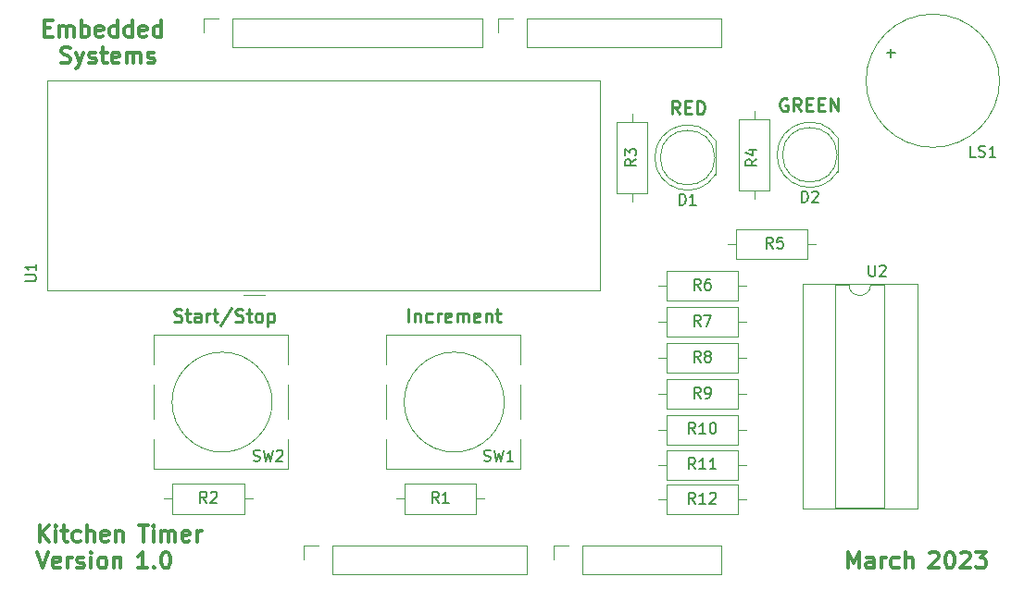
<source format=gbr>
%TF.GenerationSoftware,KiCad,Pcbnew,(7.0.0)*%
%TF.CreationDate,2023-04-13T01:56:38-06:00*%
%TF.ProjectId,Phase_A_UnoShield,50686173-655f-4415-9f55-6e6f53686965,1.0*%
%TF.SameCoordinates,Original*%
%TF.FileFunction,Legend,Top*%
%TF.FilePolarity,Positive*%
%FSLAX46Y46*%
G04 Gerber Fmt 4.6, Leading zero omitted, Abs format (unit mm)*
G04 Created by KiCad (PCBNEW (7.0.0)) date 2023-04-13 01:56:38*
%MOMM*%
%LPD*%
G01*
G04 APERTURE LIST*
%ADD10C,0.240000*%
%ADD11C,0.300000*%
%ADD12C,0.150000*%
%ADD13C,0.120000*%
G04 APERTURE END LIST*
D10*
X114782571Y-75627714D02*
X114954000Y-75684857D01*
X114954000Y-75684857D02*
X115239714Y-75684857D01*
X115239714Y-75684857D02*
X115354000Y-75627714D01*
X115354000Y-75627714D02*
X115411142Y-75570571D01*
X115411142Y-75570571D02*
X115468285Y-75456285D01*
X115468285Y-75456285D02*
X115468285Y-75342000D01*
X115468285Y-75342000D02*
X115411142Y-75227714D01*
X115411142Y-75227714D02*
X115354000Y-75170571D01*
X115354000Y-75170571D02*
X115239714Y-75113428D01*
X115239714Y-75113428D02*
X115011142Y-75056285D01*
X115011142Y-75056285D02*
X114896857Y-74999142D01*
X114896857Y-74999142D02*
X114839714Y-74942000D01*
X114839714Y-74942000D02*
X114782571Y-74827714D01*
X114782571Y-74827714D02*
X114782571Y-74713428D01*
X114782571Y-74713428D02*
X114839714Y-74599142D01*
X114839714Y-74599142D02*
X114896857Y-74542000D01*
X114896857Y-74542000D02*
X115011142Y-74484857D01*
X115011142Y-74484857D02*
X115296857Y-74484857D01*
X115296857Y-74484857D02*
X115468285Y-74542000D01*
X115811142Y-74884857D02*
X116268285Y-74884857D01*
X115982571Y-74484857D02*
X115982571Y-75513428D01*
X115982571Y-75513428D02*
X116039714Y-75627714D01*
X116039714Y-75627714D02*
X116153999Y-75684857D01*
X116153999Y-75684857D02*
X116268285Y-75684857D01*
X117182571Y-75684857D02*
X117182571Y-75056285D01*
X117182571Y-75056285D02*
X117125428Y-74942000D01*
X117125428Y-74942000D02*
X117011142Y-74884857D01*
X117011142Y-74884857D02*
X116782571Y-74884857D01*
X116782571Y-74884857D02*
X116668285Y-74942000D01*
X117182571Y-75627714D02*
X117068285Y-75684857D01*
X117068285Y-75684857D02*
X116782571Y-75684857D01*
X116782571Y-75684857D02*
X116668285Y-75627714D01*
X116668285Y-75627714D02*
X116611142Y-75513428D01*
X116611142Y-75513428D02*
X116611142Y-75399142D01*
X116611142Y-75399142D02*
X116668285Y-75284857D01*
X116668285Y-75284857D02*
X116782571Y-75227714D01*
X116782571Y-75227714D02*
X117068285Y-75227714D01*
X117068285Y-75227714D02*
X117182571Y-75170571D01*
X117753999Y-75684857D02*
X117753999Y-74884857D01*
X117753999Y-75113428D02*
X117811142Y-74999142D01*
X117811142Y-74999142D02*
X117868285Y-74942000D01*
X117868285Y-74942000D02*
X117982570Y-74884857D01*
X117982570Y-74884857D02*
X118096856Y-74884857D01*
X118325427Y-74884857D02*
X118782570Y-74884857D01*
X118496856Y-74484857D02*
X118496856Y-75513428D01*
X118496856Y-75513428D02*
X118553999Y-75627714D01*
X118553999Y-75627714D02*
X118668284Y-75684857D01*
X118668284Y-75684857D02*
X118782570Y-75684857D01*
X120039713Y-74427714D02*
X119011141Y-75970571D01*
X120382570Y-75627714D02*
X120553999Y-75684857D01*
X120553999Y-75684857D02*
X120839713Y-75684857D01*
X120839713Y-75684857D02*
X120953999Y-75627714D01*
X120953999Y-75627714D02*
X121011141Y-75570571D01*
X121011141Y-75570571D02*
X121068284Y-75456285D01*
X121068284Y-75456285D02*
X121068284Y-75342000D01*
X121068284Y-75342000D02*
X121011141Y-75227714D01*
X121011141Y-75227714D02*
X120953999Y-75170571D01*
X120953999Y-75170571D02*
X120839713Y-75113428D01*
X120839713Y-75113428D02*
X120611141Y-75056285D01*
X120611141Y-75056285D02*
X120496856Y-74999142D01*
X120496856Y-74999142D02*
X120439713Y-74942000D01*
X120439713Y-74942000D02*
X120382570Y-74827714D01*
X120382570Y-74827714D02*
X120382570Y-74713428D01*
X120382570Y-74713428D02*
X120439713Y-74599142D01*
X120439713Y-74599142D02*
X120496856Y-74542000D01*
X120496856Y-74542000D02*
X120611141Y-74484857D01*
X120611141Y-74484857D02*
X120896856Y-74484857D01*
X120896856Y-74484857D02*
X121068284Y-74542000D01*
X121411141Y-74884857D02*
X121868284Y-74884857D01*
X121582570Y-74484857D02*
X121582570Y-75513428D01*
X121582570Y-75513428D02*
X121639713Y-75627714D01*
X121639713Y-75627714D02*
X121753998Y-75684857D01*
X121753998Y-75684857D02*
X121868284Y-75684857D01*
X122439712Y-75684857D02*
X122325427Y-75627714D01*
X122325427Y-75627714D02*
X122268284Y-75570571D01*
X122268284Y-75570571D02*
X122211141Y-75456285D01*
X122211141Y-75456285D02*
X122211141Y-75113428D01*
X122211141Y-75113428D02*
X122268284Y-74999142D01*
X122268284Y-74999142D02*
X122325427Y-74942000D01*
X122325427Y-74942000D02*
X122439712Y-74884857D01*
X122439712Y-74884857D02*
X122611141Y-74884857D01*
X122611141Y-74884857D02*
X122725427Y-74942000D01*
X122725427Y-74942000D02*
X122782570Y-74999142D01*
X122782570Y-74999142D02*
X122839712Y-75113428D01*
X122839712Y-75113428D02*
X122839712Y-75456285D01*
X122839712Y-75456285D02*
X122782570Y-75570571D01*
X122782570Y-75570571D02*
X122725427Y-75627714D01*
X122725427Y-75627714D02*
X122611141Y-75684857D01*
X122611141Y-75684857D02*
X122439712Y-75684857D01*
X123353998Y-74884857D02*
X123353998Y-76084857D01*
X123353998Y-74942000D02*
X123468284Y-74884857D01*
X123468284Y-74884857D02*
X123696855Y-74884857D01*
X123696855Y-74884857D02*
X123811141Y-74942000D01*
X123811141Y-74942000D02*
X123868284Y-74999142D01*
X123868284Y-74999142D02*
X123925426Y-75113428D01*
X123925426Y-75113428D02*
X123925426Y-75456285D01*
X123925426Y-75456285D02*
X123868284Y-75570571D01*
X123868284Y-75570571D02*
X123811141Y-75627714D01*
X123811141Y-75627714D02*
X123696855Y-75684857D01*
X123696855Y-75684857D02*
X123468284Y-75684857D01*
X123468284Y-75684857D02*
X123353998Y-75627714D01*
X136175714Y-75684857D02*
X136175714Y-74484857D01*
X136747143Y-74884857D02*
X136747143Y-75684857D01*
X136747143Y-74999142D02*
X136804286Y-74942000D01*
X136804286Y-74942000D02*
X136918571Y-74884857D01*
X136918571Y-74884857D02*
X137090000Y-74884857D01*
X137090000Y-74884857D02*
X137204286Y-74942000D01*
X137204286Y-74942000D02*
X137261429Y-75056285D01*
X137261429Y-75056285D02*
X137261429Y-75684857D01*
X138347143Y-75627714D02*
X138232857Y-75684857D01*
X138232857Y-75684857D02*
X138004285Y-75684857D01*
X138004285Y-75684857D02*
X137890000Y-75627714D01*
X137890000Y-75627714D02*
X137832857Y-75570571D01*
X137832857Y-75570571D02*
X137775714Y-75456285D01*
X137775714Y-75456285D02*
X137775714Y-75113428D01*
X137775714Y-75113428D02*
X137832857Y-74999142D01*
X137832857Y-74999142D02*
X137890000Y-74942000D01*
X137890000Y-74942000D02*
X138004285Y-74884857D01*
X138004285Y-74884857D02*
X138232857Y-74884857D01*
X138232857Y-74884857D02*
X138347143Y-74942000D01*
X138861428Y-75684857D02*
X138861428Y-74884857D01*
X138861428Y-75113428D02*
X138918571Y-74999142D01*
X138918571Y-74999142D02*
X138975714Y-74942000D01*
X138975714Y-74942000D02*
X139089999Y-74884857D01*
X139089999Y-74884857D02*
X139204285Y-74884857D01*
X140061428Y-75627714D02*
X139947142Y-75684857D01*
X139947142Y-75684857D02*
X139718571Y-75684857D01*
X139718571Y-75684857D02*
X139604285Y-75627714D01*
X139604285Y-75627714D02*
X139547142Y-75513428D01*
X139547142Y-75513428D02*
X139547142Y-75056285D01*
X139547142Y-75056285D02*
X139604285Y-74942000D01*
X139604285Y-74942000D02*
X139718571Y-74884857D01*
X139718571Y-74884857D02*
X139947142Y-74884857D01*
X139947142Y-74884857D02*
X140061428Y-74942000D01*
X140061428Y-74942000D02*
X140118571Y-75056285D01*
X140118571Y-75056285D02*
X140118571Y-75170571D01*
X140118571Y-75170571D02*
X139547142Y-75284857D01*
X140632856Y-75684857D02*
X140632856Y-74884857D01*
X140632856Y-74999142D02*
X140689999Y-74942000D01*
X140689999Y-74942000D02*
X140804284Y-74884857D01*
X140804284Y-74884857D02*
X140975713Y-74884857D01*
X140975713Y-74884857D02*
X141089999Y-74942000D01*
X141089999Y-74942000D02*
X141147142Y-75056285D01*
X141147142Y-75056285D02*
X141147142Y-75684857D01*
X141147142Y-75056285D02*
X141204284Y-74942000D01*
X141204284Y-74942000D02*
X141318570Y-74884857D01*
X141318570Y-74884857D02*
X141489999Y-74884857D01*
X141489999Y-74884857D02*
X141604284Y-74942000D01*
X141604284Y-74942000D02*
X141661427Y-75056285D01*
X141661427Y-75056285D02*
X141661427Y-75684857D01*
X142689999Y-75627714D02*
X142575713Y-75684857D01*
X142575713Y-75684857D02*
X142347142Y-75684857D01*
X142347142Y-75684857D02*
X142232856Y-75627714D01*
X142232856Y-75627714D02*
X142175713Y-75513428D01*
X142175713Y-75513428D02*
X142175713Y-75056285D01*
X142175713Y-75056285D02*
X142232856Y-74942000D01*
X142232856Y-74942000D02*
X142347142Y-74884857D01*
X142347142Y-74884857D02*
X142575713Y-74884857D01*
X142575713Y-74884857D02*
X142689999Y-74942000D01*
X142689999Y-74942000D02*
X142747142Y-75056285D01*
X142747142Y-75056285D02*
X142747142Y-75170571D01*
X142747142Y-75170571D02*
X142175713Y-75284857D01*
X143261427Y-74884857D02*
X143261427Y-75684857D01*
X143261427Y-74999142D02*
X143318570Y-74942000D01*
X143318570Y-74942000D02*
X143432855Y-74884857D01*
X143432855Y-74884857D02*
X143604284Y-74884857D01*
X143604284Y-74884857D02*
X143718570Y-74942000D01*
X143718570Y-74942000D02*
X143775713Y-75056285D01*
X143775713Y-75056285D02*
X143775713Y-75684857D01*
X144175712Y-74884857D02*
X144632855Y-74884857D01*
X144347141Y-74484857D02*
X144347141Y-75513428D01*
X144347141Y-75513428D02*
X144404284Y-75627714D01*
X144404284Y-75627714D02*
X144518569Y-75684857D01*
X144518569Y-75684857D02*
X144632855Y-75684857D01*
D11*
X102465142Y-95795571D02*
X102465142Y-94295571D01*
X103322285Y-95795571D02*
X102679428Y-94938428D01*
X103322285Y-94295571D02*
X102465142Y-95152714D01*
X103965142Y-95795571D02*
X103965142Y-94795571D01*
X103965142Y-94295571D02*
X103893714Y-94367000D01*
X103893714Y-94367000D02*
X103965142Y-94438428D01*
X103965142Y-94438428D02*
X104036571Y-94367000D01*
X104036571Y-94367000D02*
X103965142Y-94295571D01*
X103965142Y-94295571D02*
X103965142Y-94438428D01*
X104465143Y-94795571D02*
X105036571Y-94795571D01*
X104679428Y-94295571D02*
X104679428Y-95581285D01*
X104679428Y-95581285D02*
X104750857Y-95724142D01*
X104750857Y-95724142D02*
X104893714Y-95795571D01*
X104893714Y-95795571D02*
X105036571Y-95795571D01*
X106179429Y-95724142D02*
X106036571Y-95795571D01*
X106036571Y-95795571D02*
X105750857Y-95795571D01*
X105750857Y-95795571D02*
X105608000Y-95724142D01*
X105608000Y-95724142D02*
X105536571Y-95652714D01*
X105536571Y-95652714D02*
X105465143Y-95509857D01*
X105465143Y-95509857D02*
X105465143Y-95081285D01*
X105465143Y-95081285D02*
X105536571Y-94938428D01*
X105536571Y-94938428D02*
X105608000Y-94867000D01*
X105608000Y-94867000D02*
X105750857Y-94795571D01*
X105750857Y-94795571D02*
X106036571Y-94795571D01*
X106036571Y-94795571D02*
X106179429Y-94867000D01*
X106822285Y-95795571D02*
X106822285Y-94295571D01*
X107465143Y-95795571D02*
X107465143Y-95009857D01*
X107465143Y-95009857D02*
X107393714Y-94867000D01*
X107393714Y-94867000D02*
X107250857Y-94795571D01*
X107250857Y-94795571D02*
X107036571Y-94795571D01*
X107036571Y-94795571D02*
X106893714Y-94867000D01*
X106893714Y-94867000D02*
X106822285Y-94938428D01*
X108750857Y-95724142D02*
X108608000Y-95795571D01*
X108608000Y-95795571D02*
X108322286Y-95795571D01*
X108322286Y-95795571D02*
X108179428Y-95724142D01*
X108179428Y-95724142D02*
X108108000Y-95581285D01*
X108108000Y-95581285D02*
X108108000Y-95009857D01*
X108108000Y-95009857D02*
X108179428Y-94867000D01*
X108179428Y-94867000D02*
X108322286Y-94795571D01*
X108322286Y-94795571D02*
X108608000Y-94795571D01*
X108608000Y-94795571D02*
X108750857Y-94867000D01*
X108750857Y-94867000D02*
X108822286Y-95009857D01*
X108822286Y-95009857D02*
X108822286Y-95152714D01*
X108822286Y-95152714D02*
X108108000Y-95295571D01*
X109465142Y-94795571D02*
X109465142Y-95795571D01*
X109465142Y-94938428D02*
X109536571Y-94867000D01*
X109536571Y-94867000D02*
X109679428Y-94795571D01*
X109679428Y-94795571D02*
X109893714Y-94795571D01*
X109893714Y-94795571D02*
X110036571Y-94867000D01*
X110036571Y-94867000D02*
X110108000Y-95009857D01*
X110108000Y-95009857D02*
X110108000Y-95795571D01*
X111508000Y-94295571D02*
X112365143Y-94295571D01*
X111936571Y-95795571D02*
X111936571Y-94295571D01*
X112865142Y-95795571D02*
X112865142Y-94795571D01*
X112865142Y-94295571D02*
X112793714Y-94367000D01*
X112793714Y-94367000D02*
X112865142Y-94438428D01*
X112865142Y-94438428D02*
X112936571Y-94367000D01*
X112936571Y-94367000D02*
X112865142Y-94295571D01*
X112865142Y-94295571D02*
X112865142Y-94438428D01*
X113579428Y-95795571D02*
X113579428Y-94795571D01*
X113579428Y-94938428D02*
X113650857Y-94867000D01*
X113650857Y-94867000D02*
X113793714Y-94795571D01*
X113793714Y-94795571D02*
X114008000Y-94795571D01*
X114008000Y-94795571D02*
X114150857Y-94867000D01*
X114150857Y-94867000D02*
X114222286Y-95009857D01*
X114222286Y-95009857D02*
X114222286Y-95795571D01*
X114222286Y-95009857D02*
X114293714Y-94867000D01*
X114293714Y-94867000D02*
X114436571Y-94795571D01*
X114436571Y-94795571D02*
X114650857Y-94795571D01*
X114650857Y-94795571D02*
X114793714Y-94867000D01*
X114793714Y-94867000D02*
X114865143Y-95009857D01*
X114865143Y-95009857D02*
X114865143Y-95795571D01*
X116150857Y-95724142D02*
X116008000Y-95795571D01*
X116008000Y-95795571D02*
X115722286Y-95795571D01*
X115722286Y-95795571D02*
X115579428Y-95724142D01*
X115579428Y-95724142D02*
X115508000Y-95581285D01*
X115508000Y-95581285D02*
X115508000Y-95009857D01*
X115508000Y-95009857D02*
X115579428Y-94867000D01*
X115579428Y-94867000D02*
X115722286Y-94795571D01*
X115722286Y-94795571D02*
X116008000Y-94795571D01*
X116008000Y-94795571D02*
X116150857Y-94867000D01*
X116150857Y-94867000D02*
X116222286Y-95009857D01*
X116222286Y-95009857D02*
X116222286Y-95152714D01*
X116222286Y-95152714D02*
X115508000Y-95295571D01*
X116865142Y-95795571D02*
X116865142Y-94795571D01*
X116865142Y-95081285D02*
X116936571Y-94938428D01*
X116936571Y-94938428D02*
X117008000Y-94867000D01*
X117008000Y-94867000D02*
X117150857Y-94795571D01*
X117150857Y-94795571D02*
X117293714Y-94795571D01*
X102250857Y-96725571D02*
X102750857Y-98225571D01*
X102750857Y-98225571D02*
X103250857Y-96725571D01*
X104322285Y-98154142D02*
X104179428Y-98225571D01*
X104179428Y-98225571D02*
X103893714Y-98225571D01*
X103893714Y-98225571D02*
X103750856Y-98154142D01*
X103750856Y-98154142D02*
X103679428Y-98011285D01*
X103679428Y-98011285D02*
X103679428Y-97439857D01*
X103679428Y-97439857D02*
X103750856Y-97297000D01*
X103750856Y-97297000D02*
X103893714Y-97225571D01*
X103893714Y-97225571D02*
X104179428Y-97225571D01*
X104179428Y-97225571D02*
X104322285Y-97297000D01*
X104322285Y-97297000D02*
X104393714Y-97439857D01*
X104393714Y-97439857D02*
X104393714Y-97582714D01*
X104393714Y-97582714D02*
X103679428Y-97725571D01*
X105036570Y-98225571D02*
X105036570Y-97225571D01*
X105036570Y-97511285D02*
X105107999Y-97368428D01*
X105107999Y-97368428D02*
X105179428Y-97297000D01*
X105179428Y-97297000D02*
X105322285Y-97225571D01*
X105322285Y-97225571D02*
X105465142Y-97225571D01*
X105893713Y-98154142D02*
X106036570Y-98225571D01*
X106036570Y-98225571D02*
X106322284Y-98225571D01*
X106322284Y-98225571D02*
X106465141Y-98154142D01*
X106465141Y-98154142D02*
X106536570Y-98011285D01*
X106536570Y-98011285D02*
X106536570Y-97939857D01*
X106536570Y-97939857D02*
X106465141Y-97797000D01*
X106465141Y-97797000D02*
X106322284Y-97725571D01*
X106322284Y-97725571D02*
X106107999Y-97725571D01*
X106107999Y-97725571D02*
X105965141Y-97654142D01*
X105965141Y-97654142D02*
X105893713Y-97511285D01*
X105893713Y-97511285D02*
X105893713Y-97439857D01*
X105893713Y-97439857D02*
X105965141Y-97297000D01*
X105965141Y-97297000D02*
X106107999Y-97225571D01*
X106107999Y-97225571D02*
X106322284Y-97225571D01*
X106322284Y-97225571D02*
X106465141Y-97297000D01*
X107179427Y-98225571D02*
X107179427Y-97225571D01*
X107179427Y-96725571D02*
X107107999Y-96797000D01*
X107107999Y-96797000D02*
X107179427Y-96868428D01*
X107179427Y-96868428D02*
X107250856Y-96797000D01*
X107250856Y-96797000D02*
X107179427Y-96725571D01*
X107179427Y-96725571D02*
X107179427Y-96868428D01*
X108107999Y-98225571D02*
X107965142Y-98154142D01*
X107965142Y-98154142D02*
X107893713Y-98082714D01*
X107893713Y-98082714D02*
X107822285Y-97939857D01*
X107822285Y-97939857D02*
X107822285Y-97511285D01*
X107822285Y-97511285D02*
X107893713Y-97368428D01*
X107893713Y-97368428D02*
X107965142Y-97297000D01*
X107965142Y-97297000D02*
X108107999Y-97225571D01*
X108107999Y-97225571D02*
X108322285Y-97225571D01*
X108322285Y-97225571D02*
X108465142Y-97297000D01*
X108465142Y-97297000D02*
X108536571Y-97368428D01*
X108536571Y-97368428D02*
X108607999Y-97511285D01*
X108607999Y-97511285D02*
X108607999Y-97939857D01*
X108607999Y-97939857D02*
X108536571Y-98082714D01*
X108536571Y-98082714D02*
X108465142Y-98154142D01*
X108465142Y-98154142D02*
X108322285Y-98225571D01*
X108322285Y-98225571D02*
X108107999Y-98225571D01*
X109250856Y-97225571D02*
X109250856Y-98225571D01*
X109250856Y-97368428D02*
X109322285Y-97297000D01*
X109322285Y-97297000D02*
X109465142Y-97225571D01*
X109465142Y-97225571D02*
X109679428Y-97225571D01*
X109679428Y-97225571D02*
X109822285Y-97297000D01*
X109822285Y-97297000D02*
X109893714Y-97439857D01*
X109893714Y-97439857D02*
X109893714Y-98225571D01*
X112293714Y-98225571D02*
X111436571Y-98225571D01*
X111865142Y-98225571D02*
X111865142Y-96725571D01*
X111865142Y-96725571D02*
X111722285Y-96939857D01*
X111722285Y-96939857D02*
X111579428Y-97082714D01*
X111579428Y-97082714D02*
X111436571Y-97154142D01*
X112936570Y-98082714D02*
X113007999Y-98154142D01*
X113007999Y-98154142D02*
X112936570Y-98225571D01*
X112936570Y-98225571D02*
X112865142Y-98154142D01*
X112865142Y-98154142D02*
X112936570Y-98082714D01*
X112936570Y-98082714D02*
X112936570Y-98225571D01*
X113936571Y-96725571D02*
X114079428Y-96725571D01*
X114079428Y-96725571D02*
X114222285Y-96797000D01*
X114222285Y-96797000D02*
X114293714Y-96868428D01*
X114293714Y-96868428D02*
X114365142Y-97011285D01*
X114365142Y-97011285D02*
X114436571Y-97297000D01*
X114436571Y-97297000D02*
X114436571Y-97654142D01*
X114436571Y-97654142D02*
X114365142Y-97939857D01*
X114365142Y-97939857D02*
X114293714Y-98082714D01*
X114293714Y-98082714D02*
X114222285Y-98154142D01*
X114222285Y-98154142D02*
X114079428Y-98225571D01*
X114079428Y-98225571D02*
X113936571Y-98225571D01*
X113936571Y-98225571D02*
X113793714Y-98154142D01*
X113793714Y-98154142D02*
X113722285Y-98082714D01*
X113722285Y-98082714D02*
X113650856Y-97939857D01*
X113650856Y-97939857D02*
X113579428Y-97654142D01*
X113579428Y-97654142D02*
X113579428Y-97297000D01*
X113579428Y-97297000D02*
X113650856Y-97011285D01*
X113650856Y-97011285D02*
X113722285Y-96868428D01*
X113722285Y-96868428D02*
X113793714Y-96797000D01*
X113793714Y-96797000D02*
X113936571Y-96725571D01*
X176379142Y-98225571D02*
X176379142Y-96725571D01*
X176379142Y-96725571D02*
X176879142Y-97797000D01*
X176879142Y-97797000D02*
X177379142Y-96725571D01*
X177379142Y-96725571D02*
X177379142Y-98225571D01*
X178736286Y-98225571D02*
X178736286Y-97439857D01*
X178736286Y-97439857D02*
X178664857Y-97297000D01*
X178664857Y-97297000D02*
X178522000Y-97225571D01*
X178522000Y-97225571D02*
X178236286Y-97225571D01*
X178236286Y-97225571D02*
X178093428Y-97297000D01*
X178736286Y-98154142D02*
X178593428Y-98225571D01*
X178593428Y-98225571D02*
X178236286Y-98225571D01*
X178236286Y-98225571D02*
X178093428Y-98154142D01*
X178093428Y-98154142D02*
X178022000Y-98011285D01*
X178022000Y-98011285D02*
X178022000Y-97868428D01*
X178022000Y-97868428D02*
X178093428Y-97725571D01*
X178093428Y-97725571D02*
X178236286Y-97654142D01*
X178236286Y-97654142D02*
X178593428Y-97654142D01*
X178593428Y-97654142D02*
X178736286Y-97582714D01*
X179450571Y-98225571D02*
X179450571Y-97225571D01*
X179450571Y-97511285D02*
X179522000Y-97368428D01*
X179522000Y-97368428D02*
X179593429Y-97297000D01*
X179593429Y-97297000D02*
X179736286Y-97225571D01*
X179736286Y-97225571D02*
X179879143Y-97225571D01*
X181022000Y-98154142D02*
X180879142Y-98225571D01*
X180879142Y-98225571D02*
X180593428Y-98225571D01*
X180593428Y-98225571D02*
X180450571Y-98154142D01*
X180450571Y-98154142D02*
X180379142Y-98082714D01*
X180379142Y-98082714D02*
X180307714Y-97939857D01*
X180307714Y-97939857D02*
X180307714Y-97511285D01*
X180307714Y-97511285D02*
X180379142Y-97368428D01*
X180379142Y-97368428D02*
X180450571Y-97297000D01*
X180450571Y-97297000D02*
X180593428Y-97225571D01*
X180593428Y-97225571D02*
X180879142Y-97225571D01*
X180879142Y-97225571D02*
X181022000Y-97297000D01*
X181664856Y-98225571D02*
X181664856Y-96725571D01*
X182307714Y-98225571D02*
X182307714Y-97439857D01*
X182307714Y-97439857D02*
X182236285Y-97297000D01*
X182236285Y-97297000D02*
X182093428Y-97225571D01*
X182093428Y-97225571D02*
X181879142Y-97225571D01*
X181879142Y-97225571D02*
X181736285Y-97297000D01*
X181736285Y-97297000D02*
X181664856Y-97368428D01*
X183850571Y-96868428D02*
X183921999Y-96797000D01*
X183921999Y-96797000D02*
X184064857Y-96725571D01*
X184064857Y-96725571D02*
X184421999Y-96725571D01*
X184421999Y-96725571D02*
X184564857Y-96797000D01*
X184564857Y-96797000D02*
X184636285Y-96868428D01*
X184636285Y-96868428D02*
X184707714Y-97011285D01*
X184707714Y-97011285D02*
X184707714Y-97154142D01*
X184707714Y-97154142D02*
X184636285Y-97368428D01*
X184636285Y-97368428D02*
X183779142Y-98225571D01*
X183779142Y-98225571D02*
X184707714Y-98225571D01*
X185636285Y-96725571D02*
X185779142Y-96725571D01*
X185779142Y-96725571D02*
X185921999Y-96797000D01*
X185921999Y-96797000D02*
X185993428Y-96868428D01*
X185993428Y-96868428D02*
X186064856Y-97011285D01*
X186064856Y-97011285D02*
X186136285Y-97297000D01*
X186136285Y-97297000D02*
X186136285Y-97654142D01*
X186136285Y-97654142D02*
X186064856Y-97939857D01*
X186064856Y-97939857D02*
X185993428Y-98082714D01*
X185993428Y-98082714D02*
X185921999Y-98154142D01*
X185921999Y-98154142D02*
X185779142Y-98225571D01*
X185779142Y-98225571D02*
X185636285Y-98225571D01*
X185636285Y-98225571D02*
X185493428Y-98154142D01*
X185493428Y-98154142D02*
X185421999Y-98082714D01*
X185421999Y-98082714D02*
X185350570Y-97939857D01*
X185350570Y-97939857D02*
X185279142Y-97654142D01*
X185279142Y-97654142D02*
X185279142Y-97297000D01*
X185279142Y-97297000D02*
X185350570Y-97011285D01*
X185350570Y-97011285D02*
X185421999Y-96868428D01*
X185421999Y-96868428D02*
X185493428Y-96797000D01*
X185493428Y-96797000D02*
X185636285Y-96725571D01*
X186707713Y-96868428D02*
X186779141Y-96797000D01*
X186779141Y-96797000D02*
X186921999Y-96725571D01*
X186921999Y-96725571D02*
X187279141Y-96725571D01*
X187279141Y-96725571D02*
X187421999Y-96797000D01*
X187421999Y-96797000D02*
X187493427Y-96868428D01*
X187493427Y-96868428D02*
X187564856Y-97011285D01*
X187564856Y-97011285D02*
X187564856Y-97154142D01*
X187564856Y-97154142D02*
X187493427Y-97368428D01*
X187493427Y-97368428D02*
X186636284Y-98225571D01*
X186636284Y-98225571D02*
X187564856Y-98225571D01*
X188064855Y-96725571D02*
X188993427Y-96725571D01*
X188993427Y-96725571D02*
X188493427Y-97297000D01*
X188493427Y-97297000D02*
X188707712Y-97297000D01*
X188707712Y-97297000D02*
X188850570Y-97368428D01*
X188850570Y-97368428D02*
X188921998Y-97439857D01*
X188921998Y-97439857D02*
X188993427Y-97582714D01*
X188993427Y-97582714D02*
X188993427Y-97939857D01*
X188993427Y-97939857D02*
X188921998Y-98082714D01*
X188921998Y-98082714D02*
X188850570Y-98154142D01*
X188850570Y-98154142D02*
X188707712Y-98225571D01*
X188707712Y-98225571D02*
X188279141Y-98225571D01*
X188279141Y-98225571D02*
X188136284Y-98154142D01*
X188136284Y-98154142D02*
X188064855Y-98082714D01*
X102940571Y-48781857D02*
X103440571Y-48781857D01*
X103654857Y-49567571D02*
X102940571Y-49567571D01*
X102940571Y-49567571D02*
X102940571Y-48067571D01*
X102940571Y-48067571D02*
X103654857Y-48067571D01*
X104297714Y-49567571D02*
X104297714Y-48567571D01*
X104297714Y-48710428D02*
X104369143Y-48639000D01*
X104369143Y-48639000D02*
X104512000Y-48567571D01*
X104512000Y-48567571D02*
X104726286Y-48567571D01*
X104726286Y-48567571D02*
X104869143Y-48639000D01*
X104869143Y-48639000D02*
X104940572Y-48781857D01*
X104940572Y-48781857D02*
X104940572Y-49567571D01*
X104940572Y-48781857D02*
X105012000Y-48639000D01*
X105012000Y-48639000D02*
X105154857Y-48567571D01*
X105154857Y-48567571D02*
X105369143Y-48567571D01*
X105369143Y-48567571D02*
X105512000Y-48639000D01*
X105512000Y-48639000D02*
X105583429Y-48781857D01*
X105583429Y-48781857D02*
X105583429Y-49567571D01*
X106297714Y-49567571D02*
X106297714Y-48067571D01*
X106297714Y-48639000D02*
X106440572Y-48567571D01*
X106440572Y-48567571D02*
X106726286Y-48567571D01*
X106726286Y-48567571D02*
X106869143Y-48639000D01*
X106869143Y-48639000D02*
X106940572Y-48710428D01*
X106940572Y-48710428D02*
X107012000Y-48853285D01*
X107012000Y-48853285D02*
X107012000Y-49281857D01*
X107012000Y-49281857D02*
X106940572Y-49424714D01*
X106940572Y-49424714D02*
X106869143Y-49496142D01*
X106869143Y-49496142D02*
X106726286Y-49567571D01*
X106726286Y-49567571D02*
X106440572Y-49567571D01*
X106440572Y-49567571D02*
X106297714Y-49496142D01*
X108226286Y-49496142D02*
X108083429Y-49567571D01*
X108083429Y-49567571D02*
X107797715Y-49567571D01*
X107797715Y-49567571D02*
X107654857Y-49496142D01*
X107654857Y-49496142D02*
X107583429Y-49353285D01*
X107583429Y-49353285D02*
X107583429Y-48781857D01*
X107583429Y-48781857D02*
X107654857Y-48639000D01*
X107654857Y-48639000D02*
X107797715Y-48567571D01*
X107797715Y-48567571D02*
X108083429Y-48567571D01*
X108083429Y-48567571D02*
X108226286Y-48639000D01*
X108226286Y-48639000D02*
X108297715Y-48781857D01*
X108297715Y-48781857D02*
X108297715Y-48924714D01*
X108297715Y-48924714D02*
X107583429Y-49067571D01*
X109583429Y-49567571D02*
X109583429Y-48067571D01*
X109583429Y-49496142D02*
X109440571Y-49567571D01*
X109440571Y-49567571D02*
X109154857Y-49567571D01*
X109154857Y-49567571D02*
X109012000Y-49496142D01*
X109012000Y-49496142D02*
X108940571Y-49424714D01*
X108940571Y-49424714D02*
X108869143Y-49281857D01*
X108869143Y-49281857D02*
X108869143Y-48853285D01*
X108869143Y-48853285D02*
X108940571Y-48710428D01*
X108940571Y-48710428D02*
X109012000Y-48639000D01*
X109012000Y-48639000D02*
X109154857Y-48567571D01*
X109154857Y-48567571D02*
X109440571Y-48567571D01*
X109440571Y-48567571D02*
X109583429Y-48639000D01*
X110940572Y-49567571D02*
X110940572Y-48067571D01*
X110940572Y-49496142D02*
X110797714Y-49567571D01*
X110797714Y-49567571D02*
X110512000Y-49567571D01*
X110512000Y-49567571D02*
X110369143Y-49496142D01*
X110369143Y-49496142D02*
X110297714Y-49424714D01*
X110297714Y-49424714D02*
X110226286Y-49281857D01*
X110226286Y-49281857D02*
X110226286Y-48853285D01*
X110226286Y-48853285D02*
X110297714Y-48710428D01*
X110297714Y-48710428D02*
X110369143Y-48639000D01*
X110369143Y-48639000D02*
X110512000Y-48567571D01*
X110512000Y-48567571D02*
X110797714Y-48567571D01*
X110797714Y-48567571D02*
X110940572Y-48639000D01*
X112226286Y-49496142D02*
X112083429Y-49567571D01*
X112083429Y-49567571D02*
X111797715Y-49567571D01*
X111797715Y-49567571D02*
X111654857Y-49496142D01*
X111654857Y-49496142D02*
X111583429Y-49353285D01*
X111583429Y-49353285D02*
X111583429Y-48781857D01*
X111583429Y-48781857D02*
X111654857Y-48639000D01*
X111654857Y-48639000D02*
X111797715Y-48567571D01*
X111797715Y-48567571D02*
X112083429Y-48567571D01*
X112083429Y-48567571D02*
X112226286Y-48639000D01*
X112226286Y-48639000D02*
X112297715Y-48781857D01*
X112297715Y-48781857D02*
X112297715Y-48924714D01*
X112297715Y-48924714D02*
X111583429Y-49067571D01*
X113583429Y-49567571D02*
X113583429Y-48067571D01*
X113583429Y-49496142D02*
X113440571Y-49567571D01*
X113440571Y-49567571D02*
X113154857Y-49567571D01*
X113154857Y-49567571D02*
X113012000Y-49496142D01*
X113012000Y-49496142D02*
X112940571Y-49424714D01*
X112940571Y-49424714D02*
X112869143Y-49281857D01*
X112869143Y-49281857D02*
X112869143Y-48853285D01*
X112869143Y-48853285D02*
X112940571Y-48710428D01*
X112940571Y-48710428D02*
X113012000Y-48639000D01*
X113012000Y-48639000D02*
X113154857Y-48567571D01*
X113154857Y-48567571D02*
X113440571Y-48567571D01*
X113440571Y-48567571D02*
X113583429Y-48639000D01*
X104426286Y-51926142D02*
X104640572Y-51997571D01*
X104640572Y-51997571D02*
X104997714Y-51997571D01*
X104997714Y-51997571D02*
X105140572Y-51926142D01*
X105140572Y-51926142D02*
X105212000Y-51854714D01*
X105212000Y-51854714D02*
X105283429Y-51711857D01*
X105283429Y-51711857D02*
X105283429Y-51569000D01*
X105283429Y-51569000D02*
X105212000Y-51426142D01*
X105212000Y-51426142D02*
X105140572Y-51354714D01*
X105140572Y-51354714D02*
X104997714Y-51283285D01*
X104997714Y-51283285D02*
X104712000Y-51211857D01*
X104712000Y-51211857D02*
X104569143Y-51140428D01*
X104569143Y-51140428D02*
X104497714Y-51069000D01*
X104497714Y-51069000D02*
X104426286Y-50926142D01*
X104426286Y-50926142D02*
X104426286Y-50783285D01*
X104426286Y-50783285D02*
X104497714Y-50640428D01*
X104497714Y-50640428D02*
X104569143Y-50569000D01*
X104569143Y-50569000D02*
X104712000Y-50497571D01*
X104712000Y-50497571D02*
X105069143Y-50497571D01*
X105069143Y-50497571D02*
X105283429Y-50569000D01*
X105783428Y-50997571D02*
X106140571Y-51997571D01*
X106497714Y-50997571D02*
X106140571Y-51997571D01*
X106140571Y-51997571D02*
X105997714Y-52354714D01*
X105997714Y-52354714D02*
X105926285Y-52426142D01*
X105926285Y-52426142D02*
X105783428Y-52497571D01*
X106997714Y-51926142D02*
X107140571Y-51997571D01*
X107140571Y-51997571D02*
X107426285Y-51997571D01*
X107426285Y-51997571D02*
X107569142Y-51926142D01*
X107569142Y-51926142D02*
X107640571Y-51783285D01*
X107640571Y-51783285D02*
X107640571Y-51711857D01*
X107640571Y-51711857D02*
X107569142Y-51569000D01*
X107569142Y-51569000D02*
X107426285Y-51497571D01*
X107426285Y-51497571D02*
X107212000Y-51497571D01*
X107212000Y-51497571D02*
X107069142Y-51426142D01*
X107069142Y-51426142D02*
X106997714Y-51283285D01*
X106997714Y-51283285D02*
X106997714Y-51211857D01*
X106997714Y-51211857D02*
X107069142Y-51069000D01*
X107069142Y-51069000D02*
X107212000Y-50997571D01*
X107212000Y-50997571D02*
X107426285Y-50997571D01*
X107426285Y-50997571D02*
X107569142Y-51069000D01*
X108069143Y-50997571D02*
X108640571Y-50997571D01*
X108283428Y-50497571D02*
X108283428Y-51783285D01*
X108283428Y-51783285D02*
X108354857Y-51926142D01*
X108354857Y-51926142D02*
X108497714Y-51997571D01*
X108497714Y-51997571D02*
X108640571Y-51997571D01*
X109712000Y-51926142D02*
X109569143Y-51997571D01*
X109569143Y-51997571D02*
X109283429Y-51997571D01*
X109283429Y-51997571D02*
X109140571Y-51926142D01*
X109140571Y-51926142D02*
X109069143Y-51783285D01*
X109069143Y-51783285D02*
X109069143Y-51211857D01*
X109069143Y-51211857D02*
X109140571Y-51069000D01*
X109140571Y-51069000D02*
X109283429Y-50997571D01*
X109283429Y-50997571D02*
X109569143Y-50997571D01*
X109569143Y-50997571D02*
X109712000Y-51069000D01*
X109712000Y-51069000D02*
X109783429Y-51211857D01*
X109783429Y-51211857D02*
X109783429Y-51354714D01*
X109783429Y-51354714D02*
X109069143Y-51497571D01*
X110426285Y-51997571D02*
X110426285Y-50997571D01*
X110426285Y-51140428D02*
X110497714Y-51069000D01*
X110497714Y-51069000D02*
X110640571Y-50997571D01*
X110640571Y-50997571D02*
X110854857Y-50997571D01*
X110854857Y-50997571D02*
X110997714Y-51069000D01*
X110997714Y-51069000D02*
X111069143Y-51211857D01*
X111069143Y-51211857D02*
X111069143Y-51997571D01*
X111069143Y-51211857D02*
X111140571Y-51069000D01*
X111140571Y-51069000D02*
X111283428Y-50997571D01*
X111283428Y-50997571D02*
X111497714Y-50997571D01*
X111497714Y-50997571D02*
X111640571Y-51069000D01*
X111640571Y-51069000D02*
X111712000Y-51211857D01*
X111712000Y-51211857D02*
X111712000Y-51997571D01*
X112354857Y-51926142D02*
X112497714Y-51997571D01*
X112497714Y-51997571D02*
X112783428Y-51997571D01*
X112783428Y-51997571D02*
X112926285Y-51926142D01*
X112926285Y-51926142D02*
X112997714Y-51783285D01*
X112997714Y-51783285D02*
X112997714Y-51711857D01*
X112997714Y-51711857D02*
X112926285Y-51569000D01*
X112926285Y-51569000D02*
X112783428Y-51497571D01*
X112783428Y-51497571D02*
X112569143Y-51497571D01*
X112569143Y-51497571D02*
X112426285Y-51426142D01*
X112426285Y-51426142D02*
X112354857Y-51283285D01*
X112354857Y-51283285D02*
X112354857Y-51211857D01*
X112354857Y-51211857D02*
X112426285Y-51069000D01*
X112426285Y-51069000D02*
X112569143Y-50997571D01*
X112569143Y-50997571D02*
X112783428Y-50997571D01*
X112783428Y-50997571D02*
X112926285Y-51069000D01*
D10*
X160991428Y-56634857D02*
X160591428Y-56063428D01*
X160305714Y-56634857D02*
X160305714Y-55434857D01*
X160305714Y-55434857D02*
X160762857Y-55434857D01*
X160762857Y-55434857D02*
X160877142Y-55492000D01*
X160877142Y-55492000D02*
X160934285Y-55549142D01*
X160934285Y-55549142D02*
X160991428Y-55663428D01*
X160991428Y-55663428D02*
X160991428Y-55834857D01*
X160991428Y-55834857D02*
X160934285Y-55949142D01*
X160934285Y-55949142D02*
X160877142Y-56006285D01*
X160877142Y-56006285D02*
X160762857Y-56063428D01*
X160762857Y-56063428D02*
X160305714Y-56063428D01*
X161505714Y-56006285D02*
X161905714Y-56006285D01*
X162077142Y-56634857D02*
X161505714Y-56634857D01*
X161505714Y-56634857D02*
X161505714Y-55434857D01*
X161505714Y-55434857D02*
X162077142Y-55434857D01*
X162591428Y-56634857D02*
X162591428Y-55434857D01*
X162591428Y-55434857D02*
X162877142Y-55434857D01*
X162877142Y-55434857D02*
X163048571Y-55492000D01*
X163048571Y-55492000D02*
X163162856Y-55606285D01*
X163162856Y-55606285D02*
X163219999Y-55720571D01*
X163219999Y-55720571D02*
X163277142Y-55949142D01*
X163277142Y-55949142D02*
X163277142Y-56120571D01*
X163277142Y-56120571D02*
X163219999Y-56349142D01*
X163219999Y-56349142D02*
X163162856Y-56463428D01*
X163162856Y-56463428D02*
X163048571Y-56577714D01*
X163048571Y-56577714D02*
X162877142Y-56634857D01*
X162877142Y-56634857D02*
X162591428Y-56634857D01*
X170840285Y-55238000D02*
X170726000Y-55180857D01*
X170726000Y-55180857D02*
X170554571Y-55180857D01*
X170554571Y-55180857D02*
X170383142Y-55238000D01*
X170383142Y-55238000D02*
X170268857Y-55352285D01*
X170268857Y-55352285D02*
X170211714Y-55466571D01*
X170211714Y-55466571D02*
X170154571Y-55695142D01*
X170154571Y-55695142D02*
X170154571Y-55866571D01*
X170154571Y-55866571D02*
X170211714Y-56095142D01*
X170211714Y-56095142D02*
X170268857Y-56209428D01*
X170268857Y-56209428D02*
X170383142Y-56323714D01*
X170383142Y-56323714D02*
X170554571Y-56380857D01*
X170554571Y-56380857D02*
X170668857Y-56380857D01*
X170668857Y-56380857D02*
X170840285Y-56323714D01*
X170840285Y-56323714D02*
X170897428Y-56266571D01*
X170897428Y-56266571D02*
X170897428Y-55866571D01*
X170897428Y-55866571D02*
X170668857Y-55866571D01*
X172097428Y-56380857D02*
X171697428Y-55809428D01*
X171411714Y-56380857D02*
X171411714Y-55180857D01*
X171411714Y-55180857D02*
X171868857Y-55180857D01*
X171868857Y-55180857D02*
X171983142Y-55238000D01*
X171983142Y-55238000D02*
X172040285Y-55295142D01*
X172040285Y-55295142D02*
X172097428Y-55409428D01*
X172097428Y-55409428D02*
X172097428Y-55580857D01*
X172097428Y-55580857D02*
X172040285Y-55695142D01*
X172040285Y-55695142D02*
X171983142Y-55752285D01*
X171983142Y-55752285D02*
X171868857Y-55809428D01*
X171868857Y-55809428D02*
X171411714Y-55809428D01*
X172611714Y-55752285D02*
X173011714Y-55752285D01*
X173183142Y-56380857D02*
X172611714Y-56380857D01*
X172611714Y-56380857D02*
X172611714Y-55180857D01*
X172611714Y-55180857D02*
X173183142Y-55180857D01*
X173697428Y-55752285D02*
X174097428Y-55752285D01*
X174268856Y-56380857D02*
X173697428Y-56380857D01*
X173697428Y-56380857D02*
X173697428Y-55180857D01*
X173697428Y-55180857D02*
X174268856Y-55180857D01*
X174783142Y-56380857D02*
X174783142Y-55180857D01*
X174783142Y-55180857D02*
X175468856Y-56380857D01*
X175468856Y-56380857D02*
X175468856Y-55180857D01*
D12*
%TO.C,LS1*%
X188079142Y-60565380D02*
X187602952Y-60565380D01*
X187602952Y-60565380D02*
X187602952Y-59565380D01*
X188364857Y-60517761D02*
X188507714Y-60565380D01*
X188507714Y-60565380D02*
X188745809Y-60565380D01*
X188745809Y-60565380D02*
X188841047Y-60517761D01*
X188841047Y-60517761D02*
X188888666Y-60470142D01*
X188888666Y-60470142D02*
X188936285Y-60374904D01*
X188936285Y-60374904D02*
X188936285Y-60279666D01*
X188936285Y-60279666D02*
X188888666Y-60184428D01*
X188888666Y-60184428D02*
X188841047Y-60136809D01*
X188841047Y-60136809D02*
X188745809Y-60089190D01*
X188745809Y-60089190D02*
X188555333Y-60041571D01*
X188555333Y-60041571D02*
X188460095Y-59993952D01*
X188460095Y-59993952D02*
X188412476Y-59946333D01*
X188412476Y-59946333D02*
X188364857Y-59851095D01*
X188364857Y-59851095D02*
X188364857Y-59755857D01*
X188364857Y-59755857D02*
X188412476Y-59660619D01*
X188412476Y-59660619D02*
X188460095Y-59613000D01*
X188460095Y-59613000D02*
X188555333Y-59565380D01*
X188555333Y-59565380D02*
X188793428Y-59565380D01*
X188793428Y-59565380D02*
X188936285Y-59613000D01*
X189888666Y-60565380D02*
X189317238Y-60565380D01*
X189602952Y-60565380D02*
X189602952Y-59565380D01*
X189602952Y-59565380D02*
X189507714Y-59708238D01*
X189507714Y-59708238D02*
X189412476Y-59803476D01*
X189412476Y-59803476D02*
X189317238Y-59851095D01*
X179959048Y-51040428D02*
X180720953Y-51040428D01*
X180340000Y-51421380D02*
X180340000Y-50659476D01*
%TO.C,R3*%
X157004380Y-60796666D02*
X156528190Y-61129999D01*
X157004380Y-61368094D02*
X156004380Y-61368094D01*
X156004380Y-61368094D02*
X156004380Y-60987142D01*
X156004380Y-60987142D02*
X156052000Y-60891904D01*
X156052000Y-60891904D02*
X156099619Y-60844285D01*
X156099619Y-60844285D02*
X156194857Y-60796666D01*
X156194857Y-60796666D02*
X156337714Y-60796666D01*
X156337714Y-60796666D02*
X156432952Y-60844285D01*
X156432952Y-60844285D02*
X156480571Y-60891904D01*
X156480571Y-60891904D02*
X156528190Y-60987142D01*
X156528190Y-60987142D02*
X156528190Y-61368094D01*
X156004380Y-60463332D02*
X156004380Y-59844285D01*
X156004380Y-59844285D02*
X156385333Y-60177618D01*
X156385333Y-60177618D02*
X156385333Y-60034761D01*
X156385333Y-60034761D02*
X156432952Y-59939523D01*
X156432952Y-59939523D02*
X156480571Y-59891904D01*
X156480571Y-59891904D02*
X156575809Y-59844285D01*
X156575809Y-59844285D02*
X156813904Y-59844285D01*
X156813904Y-59844285D02*
X156909142Y-59891904D01*
X156909142Y-59891904D02*
X156956761Y-59939523D01*
X156956761Y-59939523D02*
X157004380Y-60034761D01*
X157004380Y-60034761D02*
X157004380Y-60320475D01*
X157004380Y-60320475D02*
X156956761Y-60415713D01*
X156956761Y-60415713D02*
X156909142Y-60463332D01*
%TO.C,R4*%
X168038380Y-60796666D02*
X167562190Y-61129999D01*
X168038380Y-61368094D02*
X167038380Y-61368094D01*
X167038380Y-61368094D02*
X167038380Y-60987142D01*
X167038380Y-60987142D02*
X167086000Y-60891904D01*
X167086000Y-60891904D02*
X167133619Y-60844285D01*
X167133619Y-60844285D02*
X167228857Y-60796666D01*
X167228857Y-60796666D02*
X167371714Y-60796666D01*
X167371714Y-60796666D02*
X167466952Y-60844285D01*
X167466952Y-60844285D02*
X167514571Y-60891904D01*
X167514571Y-60891904D02*
X167562190Y-60987142D01*
X167562190Y-60987142D02*
X167562190Y-61368094D01*
X167371714Y-59939523D02*
X168038380Y-59939523D01*
X166990761Y-60177618D02*
X167705047Y-60415713D01*
X167705047Y-60415713D02*
X167705047Y-59796666D01*
%TO.C,R2*%
X117740333Y-92239380D02*
X117407000Y-91763190D01*
X117168905Y-92239380D02*
X117168905Y-91239380D01*
X117168905Y-91239380D02*
X117549857Y-91239380D01*
X117549857Y-91239380D02*
X117645095Y-91287000D01*
X117645095Y-91287000D02*
X117692714Y-91334619D01*
X117692714Y-91334619D02*
X117740333Y-91429857D01*
X117740333Y-91429857D02*
X117740333Y-91572714D01*
X117740333Y-91572714D02*
X117692714Y-91667952D01*
X117692714Y-91667952D02*
X117645095Y-91715571D01*
X117645095Y-91715571D02*
X117549857Y-91763190D01*
X117549857Y-91763190D02*
X117168905Y-91763190D01*
X118121286Y-91334619D02*
X118168905Y-91287000D01*
X118168905Y-91287000D02*
X118264143Y-91239380D01*
X118264143Y-91239380D02*
X118502238Y-91239380D01*
X118502238Y-91239380D02*
X118597476Y-91287000D01*
X118597476Y-91287000D02*
X118645095Y-91334619D01*
X118645095Y-91334619D02*
X118692714Y-91429857D01*
X118692714Y-91429857D02*
X118692714Y-91525095D01*
X118692714Y-91525095D02*
X118645095Y-91667952D01*
X118645095Y-91667952D02*
X118073667Y-92239380D01*
X118073667Y-92239380D02*
X118692714Y-92239380D01*
%TO.C,SW1*%
X143116667Y-88381761D02*
X143259524Y-88429380D01*
X143259524Y-88429380D02*
X143497619Y-88429380D01*
X143497619Y-88429380D02*
X143592857Y-88381761D01*
X143592857Y-88381761D02*
X143640476Y-88334142D01*
X143640476Y-88334142D02*
X143688095Y-88238904D01*
X143688095Y-88238904D02*
X143688095Y-88143666D01*
X143688095Y-88143666D02*
X143640476Y-88048428D01*
X143640476Y-88048428D02*
X143592857Y-88000809D01*
X143592857Y-88000809D02*
X143497619Y-87953190D01*
X143497619Y-87953190D02*
X143307143Y-87905571D01*
X143307143Y-87905571D02*
X143211905Y-87857952D01*
X143211905Y-87857952D02*
X143164286Y-87810333D01*
X143164286Y-87810333D02*
X143116667Y-87715095D01*
X143116667Y-87715095D02*
X143116667Y-87619857D01*
X143116667Y-87619857D02*
X143164286Y-87524619D01*
X143164286Y-87524619D02*
X143211905Y-87477000D01*
X143211905Y-87477000D02*
X143307143Y-87429380D01*
X143307143Y-87429380D02*
X143545238Y-87429380D01*
X143545238Y-87429380D02*
X143688095Y-87477000D01*
X144021429Y-87429380D02*
X144259524Y-88429380D01*
X144259524Y-88429380D02*
X144450000Y-87715095D01*
X144450000Y-87715095D02*
X144640476Y-88429380D01*
X144640476Y-88429380D02*
X144878572Y-87429380D01*
X145783333Y-88429380D02*
X145211905Y-88429380D01*
X145497619Y-88429380D02*
X145497619Y-87429380D01*
X145497619Y-87429380D02*
X145402381Y-87572238D01*
X145402381Y-87572238D02*
X145307143Y-87667476D01*
X145307143Y-87667476D02*
X145211905Y-87715095D01*
%TO.C,D2*%
X172159905Y-64703380D02*
X172159905Y-63703380D01*
X172159905Y-63703380D02*
X172398000Y-63703380D01*
X172398000Y-63703380D02*
X172540857Y-63751000D01*
X172540857Y-63751000D02*
X172636095Y-63846238D01*
X172636095Y-63846238D02*
X172683714Y-63941476D01*
X172683714Y-63941476D02*
X172731333Y-64131952D01*
X172731333Y-64131952D02*
X172731333Y-64274809D01*
X172731333Y-64274809D02*
X172683714Y-64465285D01*
X172683714Y-64465285D02*
X172636095Y-64560523D01*
X172636095Y-64560523D02*
X172540857Y-64655761D01*
X172540857Y-64655761D02*
X172398000Y-64703380D01*
X172398000Y-64703380D02*
X172159905Y-64703380D01*
X173112286Y-63798619D02*
X173159905Y-63751000D01*
X173159905Y-63751000D02*
X173255143Y-63703380D01*
X173255143Y-63703380D02*
X173493238Y-63703380D01*
X173493238Y-63703380D02*
X173588476Y-63751000D01*
X173588476Y-63751000D02*
X173636095Y-63798619D01*
X173636095Y-63798619D02*
X173683714Y-63893857D01*
X173683714Y-63893857D02*
X173683714Y-63989095D01*
X173683714Y-63989095D02*
X173636095Y-64131952D01*
X173636095Y-64131952D02*
X173064667Y-64703380D01*
X173064667Y-64703380D02*
X173683714Y-64703380D01*
%TO.C,R1*%
X138949333Y-92239380D02*
X138616000Y-91763190D01*
X138377905Y-92239380D02*
X138377905Y-91239380D01*
X138377905Y-91239380D02*
X138758857Y-91239380D01*
X138758857Y-91239380D02*
X138854095Y-91287000D01*
X138854095Y-91287000D02*
X138901714Y-91334619D01*
X138901714Y-91334619D02*
X138949333Y-91429857D01*
X138949333Y-91429857D02*
X138949333Y-91572714D01*
X138949333Y-91572714D02*
X138901714Y-91667952D01*
X138901714Y-91667952D02*
X138854095Y-91715571D01*
X138854095Y-91715571D02*
X138758857Y-91763190D01*
X138758857Y-91763190D02*
X138377905Y-91763190D01*
X139901714Y-92239380D02*
X139330286Y-92239380D01*
X139616000Y-92239380D02*
X139616000Y-91239380D01*
X139616000Y-91239380D02*
X139520762Y-91382238D01*
X139520762Y-91382238D02*
X139425524Y-91477476D01*
X139425524Y-91477476D02*
X139330286Y-91525095D01*
%TO.C,R12*%
X162425142Y-92315380D02*
X162091809Y-91839190D01*
X161853714Y-92315380D02*
X161853714Y-91315380D01*
X161853714Y-91315380D02*
X162234666Y-91315380D01*
X162234666Y-91315380D02*
X162329904Y-91363000D01*
X162329904Y-91363000D02*
X162377523Y-91410619D01*
X162377523Y-91410619D02*
X162425142Y-91505857D01*
X162425142Y-91505857D02*
X162425142Y-91648714D01*
X162425142Y-91648714D02*
X162377523Y-91743952D01*
X162377523Y-91743952D02*
X162329904Y-91791571D01*
X162329904Y-91791571D02*
X162234666Y-91839190D01*
X162234666Y-91839190D02*
X161853714Y-91839190D01*
X163377523Y-92315380D02*
X162806095Y-92315380D01*
X163091809Y-92315380D02*
X163091809Y-91315380D01*
X163091809Y-91315380D02*
X162996571Y-91458238D01*
X162996571Y-91458238D02*
X162901333Y-91553476D01*
X162901333Y-91553476D02*
X162806095Y-91601095D01*
X163758476Y-91410619D02*
X163806095Y-91363000D01*
X163806095Y-91363000D02*
X163901333Y-91315380D01*
X163901333Y-91315380D02*
X164139428Y-91315380D01*
X164139428Y-91315380D02*
X164234666Y-91363000D01*
X164234666Y-91363000D02*
X164282285Y-91410619D01*
X164282285Y-91410619D02*
X164329904Y-91505857D01*
X164329904Y-91505857D02*
X164329904Y-91601095D01*
X164329904Y-91601095D02*
X164282285Y-91743952D01*
X164282285Y-91743952D02*
X163710857Y-92315380D01*
X163710857Y-92315380D02*
X164329904Y-92315380D01*
%TO.C,R10*%
X162425142Y-85914580D02*
X162091809Y-85438390D01*
X161853714Y-85914580D02*
X161853714Y-84914580D01*
X161853714Y-84914580D02*
X162234666Y-84914580D01*
X162234666Y-84914580D02*
X162329904Y-84962200D01*
X162329904Y-84962200D02*
X162377523Y-85009819D01*
X162377523Y-85009819D02*
X162425142Y-85105057D01*
X162425142Y-85105057D02*
X162425142Y-85247914D01*
X162425142Y-85247914D02*
X162377523Y-85343152D01*
X162377523Y-85343152D02*
X162329904Y-85390771D01*
X162329904Y-85390771D02*
X162234666Y-85438390D01*
X162234666Y-85438390D02*
X161853714Y-85438390D01*
X163377523Y-85914580D02*
X162806095Y-85914580D01*
X163091809Y-85914580D02*
X163091809Y-84914580D01*
X163091809Y-84914580D02*
X162996571Y-85057438D01*
X162996571Y-85057438D02*
X162901333Y-85152676D01*
X162901333Y-85152676D02*
X162806095Y-85200295D01*
X163996571Y-84914580D02*
X164091809Y-84914580D01*
X164091809Y-84914580D02*
X164187047Y-84962200D01*
X164187047Y-84962200D02*
X164234666Y-85009819D01*
X164234666Y-85009819D02*
X164282285Y-85105057D01*
X164282285Y-85105057D02*
X164329904Y-85295533D01*
X164329904Y-85295533D02*
X164329904Y-85533628D01*
X164329904Y-85533628D02*
X164282285Y-85724104D01*
X164282285Y-85724104D02*
X164234666Y-85819342D01*
X164234666Y-85819342D02*
X164187047Y-85866961D01*
X164187047Y-85866961D02*
X164091809Y-85914580D01*
X164091809Y-85914580D02*
X163996571Y-85914580D01*
X163996571Y-85914580D02*
X163901333Y-85866961D01*
X163901333Y-85866961D02*
X163853714Y-85819342D01*
X163853714Y-85819342D02*
X163806095Y-85724104D01*
X163806095Y-85724104D02*
X163758476Y-85533628D01*
X163758476Y-85533628D02*
X163758476Y-85295533D01*
X163758476Y-85295533D02*
X163806095Y-85105057D01*
X163806095Y-85105057D02*
X163853714Y-85009819D01*
X163853714Y-85009819D02*
X163901333Y-84962200D01*
X163901333Y-84962200D02*
X163996571Y-84914580D01*
%TO.C,R8*%
X162901333Y-79361380D02*
X162568000Y-78885190D01*
X162329905Y-79361380D02*
X162329905Y-78361380D01*
X162329905Y-78361380D02*
X162710857Y-78361380D01*
X162710857Y-78361380D02*
X162806095Y-78409000D01*
X162806095Y-78409000D02*
X162853714Y-78456619D01*
X162853714Y-78456619D02*
X162901333Y-78551857D01*
X162901333Y-78551857D02*
X162901333Y-78694714D01*
X162901333Y-78694714D02*
X162853714Y-78789952D01*
X162853714Y-78789952D02*
X162806095Y-78837571D01*
X162806095Y-78837571D02*
X162710857Y-78885190D01*
X162710857Y-78885190D02*
X162329905Y-78885190D01*
X163472762Y-78789952D02*
X163377524Y-78742333D01*
X163377524Y-78742333D02*
X163329905Y-78694714D01*
X163329905Y-78694714D02*
X163282286Y-78599476D01*
X163282286Y-78599476D02*
X163282286Y-78551857D01*
X163282286Y-78551857D02*
X163329905Y-78456619D01*
X163329905Y-78456619D02*
X163377524Y-78409000D01*
X163377524Y-78409000D02*
X163472762Y-78361380D01*
X163472762Y-78361380D02*
X163663238Y-78361380D01*
X163663238Y-78361380D02*
X163758476Y-78409000D01*
X163758476Y-78409000D02*
X163806095Y-78456619D01*
X163806095Y-78456619D02*
X163853714Y-78551857D01*
X163853714Y-78551857D02*
X163853714Y-78599476D01*
X163853714Y-78599476D02*
X163806095Y-78694714D01*
X163806095Y-78694714D02*
X163758476Y-78742333D01*
X163758476Y-78742333D02*
X163663238Y-78789952D01*
X163663238Y-78789952D02*
X163472762Y-78789952D01*
X163472762Y-78789952D02*
X163377524Y-78837571D01*
X163377524Y-78837571D02*
X163329905Y-78885190D01*
X163329905Y-78885190D02*
X163282286Y-78980428D01*
X163282286Y-78980428D02*
X163282286Y-79170904D01*
X163282286Y-79170904D02*
X163329905Y-79266142D01*
X163329905Y-79266142D02*
X163377524Y-79313761D01*
X163377524Y-79313761D02*
X163472762Y-79361380D01*
X163472762Y-79361380D02*
X163663238Y-79361380D01*
X163663238Y-79361380D02*
X163758476Y-79313761D01*
X163758476Y-79313761D02*
X163806095Y-79266142D01*
X163806095Y-79266142D02*
X163853714Y-79170904D01*
X163853714Y-79170904D02*
X163853714Y-78980428D01*
X163853714Y-78980428D02*
X163806095Y-78885190D01*
X163806095Y-78885190D02*
X163758476Y-78837571D01*
X163758476Y-78837571D02*
X163663238Y-78789952D01*
%TO.C,SW2*%
X122034667Y-88381761D02*
X122177524Y-88429380D01*
X122177524Y-88429380D02*
X122415619Y-88429380D01*
X122415619Y-88429380D02*
X122510857Y-88381761D01*
X122510857Y-88381761D02*
X122558476Y-88334142D01*
X122558476Y-88334142D02*
X122606095Y-88238904D01*
X122606095Y-88238904D02*
X122606095Y-88143666D01*
X122606095Y-88143666D02*
X122558476Y-88048428D01*
X122558476Y-88048428D02*
X122510857Y-88000809D01*
X122510857Y-88000809D02*
X122415619Y-87953190D01*
X122415619Y-87953190D02*
X122225143Y-87905571D01*
X122225143Y-87905571D02*
X122129905Y-87857952D01*
X122129905Y-87857952D02*
X122082286Y-87810333D01*
X122082286Y-87810333D02*
X122034667Y-87715095D01*
X122034667Y-87715095D02*
X122034667Y-87619857D01*
X122034667Y-87619857D02*
X122082286Y-87524619D01*
X122082286Y-87524619D02*
X122129905Y-87477000D01*
X122129905Y-87477000D02*
X122225143Y-87429380D01*
X122225143Y-87429380D02*
X122463238Y-87429380D01*
X122463238Y-87429380D02*
X122606095Y-87477000D01*
X122939429Y-87429380D02*
X123177524Y-88429380D01*
X123177524Y-88429380D02*
X123368000Y-87715095D01*
X123368000Y-87715095D02*
X123558476Y-88429380D01*
X123558476Y-88429380D02*
X123796572Y-87429380D01*
X124129905Y-87524619D02*
X124177524Y-87477000D01*
X124177524Y-87477000D02*
X124272762Y-87429380D01*
X124272762Y-87429380D02*
X124510857Y-87429380D01*
X124510857Y-87429380D02*
X124606095Y-87477000D01*
X124606095Y-87477000D02*
X124653714Y-87524619D01*
X124653714Y-87524619D02*
X124701333Y-87619857D01*
X124701333Y-87619857D02*
X124701333Y-87715095D01*
X124701333Y-87715095D02*
X124653714Y-87857952D01*
X124653714Y-87857952D02*
X124082286Y-88429380D01*
X124082286Y-88429380D02*
X124701333Y-88429380D01*
%TO.C,D1*%
X160983905Y-64957380D02*
X160983905Y-63957380D01*
X160983905Y-63957380D02*
X161222000Y-63957380D01*
X161222000Y-63957380D02*
X161364857Y-64005000D01*
X161364857Y-64005000D02*
X161460095Y-64100238D01*
X161460095Y-64100238D02*
X161507714Y-64195476D01*
X161507714Y-64195476D02*
X161555333Y-64385952D01*
X161555333Y-64385952D02*
X161555333Y-64528809D01*
X161555333Y-64528809D02*
X161507714Y-64719285D01*
X161507714Y-64719285D02*
X161460095Y-64814523D01*
X161460095Y-64814523D02*
X161364857Y-64909761D01*
X161364857Y-64909761D02*
X161222000Y-64957380D01*
X161222000Y-64957380D02*
X160983905Y-64957380D01*
X162507714Y-64957380D02*
X161936286Y-64957380D01*
X162222000Y-64957380D02*
X162222000Y-63957380D01*
X162222000Y-63957380D02*
X162126762Y-64100238D01*
X162126762Y-64100238D02*
X162031524Y-64195476D01*
X162031524Y-64195476D02*
X161936286Y-64243095D01*
%TO.C,R5*%
X169505333Y-68947380D02*
X169172000Y-68471190D01*
X168933905Y-68947380D02*
X168933905Y-67947380D01*
X168933905Y-67947380D02*
X169314857Y-67947380D01*
X169314857Y-67947380D02*
X169410095Y-67995000D01*
X169410095Y-67995000D02*
X169457714Y-68042619D01*
X169457714Y-68042619D02*
X169505333Y-68137857D01*
X169505333Y-68137857D02*
X169505333Y-68280714D01*
X169505333Y-68280714D02*
X169457714Y-68375952D01*
X169457714Y-68375952D02*
X169410095Y-68423571D01*
X169410095Y-68423571D02*
X169314857Y-68471190D01*
X169314857Y-68471190D02*
X168933905Y-68471190D01*
X170410095Y-67947380D02*
X169933905Y-67947380D01*
X169933905Y-67947380D02*
X169886286Y-68423571D01*
X169886286Y-68423571D02*
X169933905Y-68375952D01*
X169933905Y-68375952D02*
X170029143Y-68328333D01*
X170029143Y-68328333D02*
X170267238Y-68328333D01*
X170267238Y-68328333D02*
X170362476Y-68375952D01*
X170362476Y-68375952D02*
X170410095Y-68423571D01*
X170410095Y-68423571D02*
X170457714Y-68518809D01*
X170457714Y-68518809D02*
X170457714Y-68756904D01*
X170457714Y-68756904D02*
X170410095Y-68852142D01*
X170410095Y-68852142D02*
X170362476Y-68899761D01*
X170362476Y-68899761D02*
X170267238Y-68947380D01*
X170267238Y-68947380D02*
X170029143Y-68947380D01*
X170029143Y-68947380D02*
X169933905Y-68899761D01*
X169933905Y-68899761D02*
X169886286Y-68852142D01*
%TO.C,R7*%
X162901333Y-76059380D02*
X162568000Y-75583190D01*
X162329905Y-76059380D02*
X162329905Y-75059380D01*
X162329905Y-75059380D02*
X162710857Y-75059380D01*
X162710857Y-75059380D02*
X162806095Y-75107000D01*
X162806095Y-75107000D02*
X162853714Y-75154619D01*
X162853714Y-75154619D02*
X162901333Y-75249857D01*
X162901333Y-75249857D02*
X162901333Y-75392714D01*
X162901333Y-75392714D02*
X162853714Y-75487952D01*
X162853714Y-75487952D02*
X162806095Y-75535571D01*
X162806095Y-75535571D02*
X162710857Y-75583190D01*
X162710857Y-75583190D02*
X162329905Y-75583190D01*
X163234667Y-75059380D02*
X163901333Y-75059380D01*
X163901333Y-75059380D02*
X163472762Y-76059380D01*
%TO.C,U2*%
X178308095Y-70487380D02*
X178308095Y-71296904D01*
X178308095Y-71296904D02*
X178355714Y-71392142D01*
X178355714Y-71392142D02*
X178403333Y-71439761D01*
X178403333Y-71439761D02*
X178498571Y-71487380D01*
X178498571Y-71487380D02*
X178689047Y-71487380D01*
X178689047Y-71487380D02*
X178784285Y-71439761D01*
X178784285Y-71439761D02*
X178831904Y-71392142D01*
X178831904Y-71392142D02*
X178879523Y-71296904D01*
X178879523Y-71296904D02*
X178879523Y-70487380D01*
X179308095Y-70582619D02*
X179355714Y-70535000D01*
X179355714Y-70535000D02*
X179450952Y-70487380D01*
X179450952Y-70487380D02*
X179689047Y-70487380D01*
X179689047Y-70487380D02*
X179784285Y-70535000D01*
X179784285Y-70535000D02*
X179831904Y-70582619D01*
X179831904Y-70582619D02*
X179879523Y-70677857D01*
X179879523Y-70677857D02*
X179879523Y-70773095D01*
X179879523Y-70773095D02*
X179831904Y-70915952D01*
X179831904Y-70915952D02*
X179260476Y-71487380D01*
X179260476Y-71487380D02*
X179879523Y-71487380D01*
%TO.C,R11*%
X162425142Y-89140380D02*
X162091809Y-88664190D01*
X161853714Y-89140380D02*
X161853714Y-88140380D01*
X161853714Y-88140380D02*
X162234666Y-88140380D01*
X162234666Y-88140380D02*
X162329904Y-88188000D01*
X162329904Y-88188000D02*
X162377523Y-88235619D01*
X162377523Y-88235619D02*
X162425142Y-88330857D01*
X162425142Y-88330857D02*
X162425142Y-88473714D01*
X162425142Y-88473714D02*
X162377523Y-88568952D01*
X162377523Y-88568952D02*
X162329904Y-88616571D01*
X162329904Y-88616571D02*
X162234666Y-88664190D01*
X162234666Y-88664190D02*
X161853714Y-88664190D01*
X163377523Y-89140380D02*
X162806095Y-89140380D01*
X163091809Y-89140380D02*
X163091809Y-88140380D01*
X163091809Y-88140380D02*
X162996571Y-88283238D01*
X162996571Y-88283238D02*
X162901333Y-88378476D01*
X162901333Y-88378476D02*
X162806095Y-88426095D01*
X164329904Y-89140380D02*
X163758476Y-89140380D01*
X164044190Y-89140380D02*
X164044190Y-88140380D01*
X164044190Y-88140380D02*
X163948952Y-88283238D01*
X163948952Y-88283238D02*
X163853714Y-88378476D01*
X163853714Y-88378476D02*
X163758476Y-88426095D01*
%TO.C,R6*%
X162901333Y-72757380D02*
X162568000Y-72281190D01*
X162329905Y-72757380D02*
X162329905Y-71757380D01*
X162329905Y-71757380D02*
X162710857Y-71757380D01*
X162710857Y-71757380D02*
X162806095Y-71805000D01*
X162806095Y-71805000D02*
X162853714Y-71852619D01*
X162853714Y-71852619D02*
X162901333Y-71947857D01*
X162901333Y-71947857D02*
X162901333Y-72090714D01*
X162901333Y-72090714D02*
X162853714Y-72185952D01*
X162853714Y-72185952D02*
X162806095Y-72233571D01*
X162806095Y-72233571D02*
X162710857Y-72281190D01*
X162710857Y-72281190D02*
X162329905Y-72281190D01*
X163758476Y-71757380D02*
X163568000Y-71757380D01*
X163568000Y-71757380D02*
X163472762Y-71805000D01*
X163472762Y-71805000D02*
X163425143Y-71852619D01*
X163425143Y-71852619D02*
X163329905Y-71995476D01*
X163329905Y-71995476D02*
X163282286Y-72185952D01*
X163282286Y-72185952D02*
X163282286Y-72566904D01*
X163282286Y-72566904D02*
X163329905Y-72662142D01*
X163329905Y-72662142D02*
X163377524Y-72709761D01*
X163377524Y-72709761D02*
X163472762Y-72757380D01*
X163472762Y-72757380D02*
X163663238Y-72757380D01*
X163663238Y-72757380D02*
X163758476Y-72709761D01*
X163758476Y-72709761D02*
X163806095Y-72662142D01*
X163806095Y-72662142D02*
X163853714Y-72566904D01*
X163853714Y-72566904D02*
X163853714Y-72328809D01*
X163853714Y-72328809D02*
X163806095Y-72233571D01*
X163806095Y-72233571D02*
X163758476Y-72185952D01*
X163758476Y-72185952D02*
X163663238Y-72138333D01*
X163663238Y-72138333D02*
X163472762Y-72138333D01*
X163472762Y-72138333D02*
X163377524Y-72185952D01*
X163377524Y-72185952D02*
X163329905Y-72233571D01*
X163329905Y-72233571D02*
X163282286Y-72328809D01*
%TO.C,R9*%
X162901333Y-82663380D02*
X162568000Y-82187190D01*
X162329905Y-82663380D02*
X162329905Y-81663380D01*
X162329905Y-81663380D02*
X162710857Y-81663380D01*
X162710857Y-81663380D02*
X162806095Y-81711000D01*
X162806095Y-81711000D02*
X162853714Y-81758619D01*
X162853714Y-81758619D02*
X162901333Y-81853857D01*
X162901333Y-81853857D02*
X162901333Y-81996714D01*
X162901333Y-81996714D02*
X162853714Y-82091952D01*
X162853714Y-82091952D02*
X162806095Y-82139571D01*
X162806095Y-82139571D02*
X162710857Y-82187190D01*
X162710857Y-82187190D02*
X162329905Y-82187190D01*
X163377524Y-82663380D02*
X163568000Y-82663380D01*
X163568000Y-82663380D02*
X163663238Y-82615761D01*
X163663238Y-82615761D02*
X163710857Y-82568142D01*
X163710857Y-82568142D02*
X163806095Y-82425285D01*
X163806095Y-82425285D02*
X163853714Y-82234809D01*
X163853714Y-82234809D02*
X163853714Y-81853857D01*
X163853714Y-81853857D02*
X163806095Y-81758619D01*
X163806095Y-81758619D02*
X163758476Y-81711000D01*
X163758476Y-81711000D02*
X163663238Y-81663380D01*
X163663238Y-81663380D02*
X163472762Y-81663380D01*
X163472762Y-81663380D02*
X163377524Y-81711000D01*
X163377524Y-81711000D02*
X163329905Y-81758619D01*
X163329905Y-81758619D02*
X163282286Y-81853857D01*
X163282286Y-81853857D02*
X163282286Y-82091952D01*
X163282286Y-82091952D02*
X163329905Y-82187190D01*
X163329905Y-82187190D02*
X163377524Y-82234809D01*
X163377524Y-82234809D02*
X163472762Y-82282428D01*
X163472762Y-82282428D02*
X163663238Y-82282428D01*
X163663238Y-82282428D02*
X163758476Y-82234809D01*
X163758476Y-82234809D02*
X163806095Y-82187190D01*
X163806095Y-82187190D02*
X163853714Y-82091952D01*
%TO.C,U1*%
X101155380Y-71951904D02*
X101964904Y-71951904D01*
X101964904Y-71951904D02*
X102060142Y-71904285D01*
X102060142Y-71904285D02*
X102107761Y-71856666D01*
X102107761Y-71856666D02*
X102155380Y-71761428D01*
X102155380Y-71761428D02*
X102155380Y-71570952D01*
X102155380Y-71570952D02*
X102107761Y-71475714D01*
X102107761Y-71475714D02*
X102060142Y-71428095D01*
X102060142Y-71428095D02*
X101964904Y-71380476D01*
X101964904Y-71380476D02*
X101155380Y-71380476D01*
X102155380Y-70380476D02*
X102155380Y-70951904D01*
X102155380Y-70666190D02*
X101155380Y-70666190D01*
X101155380Y-70666190D02*
X101298238Y-70761428D01*
X101298238Y-70761428D02*
X101393476Y-70856666D01*
X101393476Y-70856666D02*
X101441095Y-70951904D01*
D13*
%TO.C,J1*%
X129210000Y-98790000D02*
X147050000Y-98790000D01*
X129210000Y-98790000D02*
X129210000Y-96130000D01*
X147050000Y-98790000D02*
X147050000Y-96130000D01*
X126610000Y-97460000D02*
X126610000Y-96130000D01*
X126610000Y-96130000D02*
X127940000Y-96130000D01*
X129210000Y-96130000D02*
X147050000Y-96130000D01*
%TO.C,J3*%
X152070000Y-98790000D02*
X164830000Y-98790000D01*
X152070000Y-98790000D02*
X152070000Y-96130000D01*
X164830000Y-98790000D02*
X164830000Y-96130000D01*
X149470000Y-97460000D02*
X149470000Y-96130000D01*
X149470000Y-96130000D02*
X150800000Y-96130000D01*
X152070000Y-96130000D02*
X164830000Y-96130000D01*
%TO.C,J2*%
X120066000Y-50530000D02*
X142986000Y-50530000D01*
X120066000Y-50530000D02*
X120066000Y-47870000D01*
X142986000Y-50530000D02*
X142986000Y-47870000D01*
X117466000Y-49200000D02*
X117466000Y-47870000D01*
X117466000Y-47870000D02*
X118796000Y-47870000D01*
X120066000Y-47870000D02*
X142986000Y-47870000D01*
%TO.C,J4*%
X146990000Y-50530000D02*
X164830000Y-50530000D01*
X146990000Y-50530000D02*
X146990000Y-47870000D01*
X164830000Y-50530000D02*
X164830000Y-47870000D01*
X144390000Y-49200000D02*
X144390000Y-47870000D01*
X144390000Y-47870000D02*
X145720000Y-47870000D01*
X146990000Y-47870000D02*
X164830000Y-47870000D01*
%TO.C,LS1*%
X190250000Y-53594000D02*
G75*
G03*
X190250000Y-53594000I-6100000J0D01*
G01*
%TO.C,R3*%
X156637000Y-56590000D02*
X156637000Y-57360000D01*
X158007000Y-57360000D02*
X155267000Y-57360000D01*
X155267000Y-57360000D02*
X155267000Y-63900000D01*
X158007000Y-63900000D02*
X158007000Y-57360000D01*
X155267000Y-63900000D02*
X158007000Y-63900000D01*
X156637000Y-64670000D02*
X156637000Y-63900000D01*
%TO.C,R4*%
X167813000Y-56336000D02*
X167813000Y-57106000D01*
X169183000Y-57106000D02*
X166443000Y-57106000D01*
X166443000Y-57106000D02*
X166443000Y-63646000D01*
X169183000Y-63646000D02*
X169183000Y-57106000D01*
X166443000Y-63646000D02*
X169183000Y-63646000D01*
X167813000Y-64416000D02*
X167813000Y-63646000D01*
%TO.C,R2*%
X113867000Y-91872000D02*
X114637000Y-91872000D01*
X114637000Y-90502000D02*
X114637000Y-93242000D01*
X114637000Y-93242000D02*
X121177000Y-93242000D01*
X121177000Y-90502000D02*
X114637000Y-90502000D01*
X121177000Y-93242000D02*
X121177000Y-90502000D01*
X121947000Y-91872000D02*
X121177000Y-91872000D01*
%TO.C,SW1*%
X134136000Y-76832000D02*
X146436000Y-76832000D01*
X134136000Y-79552000D02*
X134136000Y-76832000D01*
X134136000Y-84552000D02*
X134136000Y-81412000D01*
X134136000Y-89132000D02*
X134136000Y-86412000D01*
X146436000Y-76832000D02*
X146436000Y-79552000D01*
X146436000Y-81412000D02*
X146436000Y-84552000D01*
X146436000Y-86412000D02*
X146436000Y-89132000D01*
X146436000Y-89132000D02*
X134136000Y-89132000D01*
X144965050Y-83022000D02*
G75*
G03*
X144965050Y-83022000I-4579050J0D01*
G01*
%TO.C,D2*%
X175458000Y-61921000D02*
X175458000Y-58831000D01*
X169908001Y-60375538D02*
G75*
G03*
X175457999Y-61920830I2989999J-462D01*
G01*
X175458000Y-58831170D02*
G75*
G03*
X169908000Y-60376462I-2560000J-1544830D01*
G01*
X175398000Y-60376000D02*
G75*
G03*
X175398000Y-60376000I-2500000J0D01*
G01*
%TO.C,R1*%
X135076000Y-91872000D02*
X135846000Y-91872000D01*
X135846000Y-90502000D02*
X135846000Y-93242000D01*
X135846000Y-93242000D02*
X142386000Y-93242000D01*
X142386000Y-90502000D02*
X135846000Y-90502000D01*
X142386000Y-93242000D02*
X142386000Y-90502000D01*
X143156000Y-91872000D02*
X142386000Y-91872000D01*
%TO.C,R12*%
X167108000Y-91948000D02*
X166338000Y-91948000D01*
X166338000Y-93318000D02*
X166338000Y-90578000D01*
X166338000Y-90578000D02*
X159798000Y-90578000D01*
X159798000Y-93318000D02*
X166338000Y-93318000D01*
X159798000Y-90578000D02*
X159798000Y-93318000D01*
X159028000Y-91948000D02*
X159798000Y-91948000D01*
%TO.C,R10*%
X167108000Y-85547200D02*
X166338000Y-85547200D01*
X166338000Y-86917200D02*
X166338000Y-84177200D01*
X166338000Y-84177200D02*
X159798000Y-84177200D01*
X159798000Y-86917200D02*
X166338000Y-86917200D01*
X159798000Y-84177200D02*
X159798000Y-86917200D01*
X159028000Y-85547200D02*
X159798000Y-85547200D01*
%TO.C,R8*%
X167108000Y-78994000D02*
X166338000Y-78994000D01*
X166338000Y-80364000D02*
X166338000Y-77624000D01*
X166338000Y-77624000D02*
X159798000Y-77624000D01*
X159798000Y-80364000D02*
X166338000Y-80364000D01*
X159798000Y-77624000D02*
X159798000Y-80364000D01*
X159028000Y-78994000D02*
X159798000Y-78994000D01*
%TO.C,SW2*%
X112910000Y-76832000D02*
X125210000Y-76832000D01*
X112910000Y-79552000D02*
X112910000Y-76832000D01*
X112910000Y-84552000D02*
X112910000Y-81412000D01*
X112910000Y-89132000D02*
X112910000Y-86412000D01*
X125210000Y-76832000D02*
X125210000Y-79552000D01*
X125210000Y-81412000D02*
X125210000Y-84552000D01*
X125210000Y-86412000D02*
X125210000Y-89132000D01*
X125210000Y-89132000D02*
X112910000Y-89132000D01*
X123739050Y-83022000D02*
G75*
G03*
X123739050Y-83022000I-4579050J0D01*
G01*
%TO.C,D1*%
X164282000Y-62175000D02*
X164282000Y-59085000D01*
X158732001Y-60629538D02*
G75*
G03*
X164281999Y-62174830I2989999J-462D01*
G01*
X164282000Y-59085170D02*
G75*
G03*
X158732000Y-60630462I-2560000J-1544830D01*
G01*
X164222000Y-60630000D02*
G75*
G03*
X164222000Y-60630000I-2500000J0D01*
G01*
%TO.C,R5*%
X173458000Y-68580000D02*
X172688000Y-68580000D01*
X172688000Y-69950000D02*
X172688000Y-67210000D01*
X172688000Y-67210000D02*
X166148000Y-67210000D01*
X166148000Y-69950000D02*
X172688000Y-69950000D01*
X166148000Y-67210000D02*
X166148000Y-69950000D01*
X165378000Y-68580000D02*
X166148000Y-68580000D01*
%TO.C,R7*%
X167108000Y-75692000D02*
X166338000Y-75692000D01*
X166338000Y-77062000D02*
X166338000Y-74322000D01*
X166338000Y-74322000D02*
X159798000Y-74322000D01*
X159798000Y-77062000D02*
X166338000Y-77062000D01*
X159798000Y-74322000D02*
X159798000Y-77062000D01*
X159028000Y-75692000D02*
X159798000Y-75692000D01*
%TO.C,U2*%
X172220000Y-72194000D02*
X172220000Y-92754000D01*
X172220000Y-92754000D02*
X182720000Y-92754000D01*
X175220000Y-72254000D02*
X175220000Y-92694000D01*
X175220000Y-92694000D02*
X179720000Y-92694000D01*
X176470000Y-72254000D02*
X175220000Y-72254000D01*
X179720000Y-72254000D02*
X178470000Y-72254000D01*
X179720000Y-92694000D02*
X179720000Y-72254000D01*
X182720000Y-72194000D02*
X172220000Y-72194000D01*
X182720000Y-92754000D02*
X182720000Y-72194000D01*
X176470000Y-72254000D02*
G75*
G03*
X178470000Y-72254000I1000000J0D01*
G01*
%TO.C,R11*%
X167108000Y-88773000D02*
X166338000Y-88773000D01*
X166338000Y-90143000D02*
X166338000Y-87403000D01*
X166338000Y-87403000D02*
X159798000Y-87403000D01*
X159798000Y-90143000D02*
X166338000Y-90143000D01*
X159798000Y-87403000D02*
X159798000Y-90143000D01*
X159028000Y-88773000D02*
X159798000Y-88773000D01*
%TO.C,R6*%
X167108000Y-72390000D02*
X166338000Y-72390000D01*
X166338000Y-73760000D02*
X166338000Y-71020000D01*
X166338000Y-71020000D02*
X159798000Y-71020000D01*
X159798000Y-73760000D02*
X166338000Y-73760000D01*
X159798000Y-71020000D02*
X159798000Y-73760000D01*
X159028000Y-72390000D02*
X159798000Y-72390000D01*
%TO.C,R9*%
X167108000Y-82296000D02*
X166338000Y-82296000D01*
X166338000Y-83666000D02*
X166338000Y-80926000D01*
X166338000Y-80926000D02*
X159798000Y-80926000D01*
X159798000Y-83666000D02*
X166338000Y-83666000D01*
X159798000Y-80926000D02*
X159798000Y-83666000D01*
X159028000Y-82296000D02*
X159798000Y-82296000D01*
%TO.C,U1*%
X121098000Y-73170000D02*
X123098000Y-73170000D01*
X103178000Y-72790000D02*
X153718000Y-72790000D01*
X103178000Y-72790000D02*
X103178000Y-53550000D01*
X153718000Y-72790000D02*
X153718000Y-53550000D01*
X153718000Y-53550000D02*
X103178000Y-53550000D01*
%TD*%
M02*

</source>
